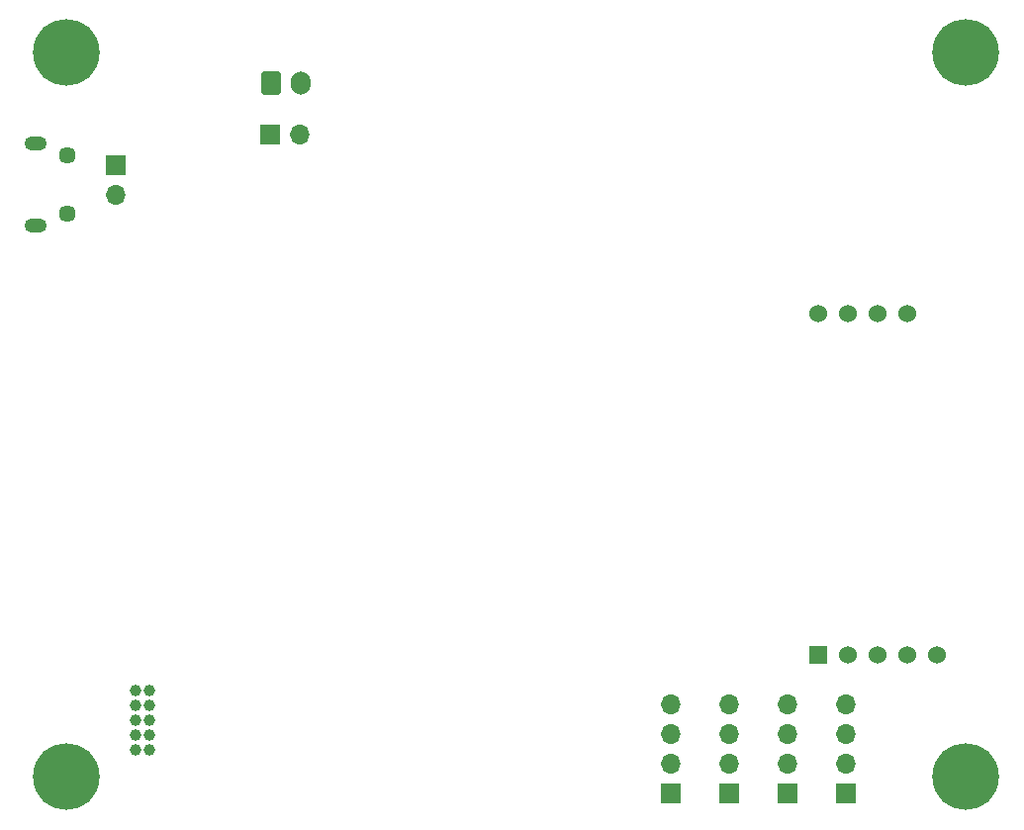
<source format=gbr>
%TF.GenerationSoftware,KiCad,Pcbnew,(5.99.0-8928-gc255dede17)*%
%TF.CreationDate,2021-02-24T20:07:14-08:00*%
%TF.ProjectId,smbpcb,736d6270-6362-42e6-9b69-6361645f7063,rev?*%
%TF.SameCoordinates,Original*%
%TF.FileFunction,Soldermask,Bot*%
%TF.FilePolarity,Negative*%
%FSLAX46Y46*%
G04 Gerber Fmt 4.6, Leading zero omitted, Abs format (unit mm)*
G04 Created by KiCad (PCBNEW (5.99.0-8928-gc255dede17)) date 2021-02-24 20:07:14*
%MOMM*%
%LPD*%
G01*
G04 APERTURE LIST*
G04 Aperture macros list*
%AMRoundRect*
0 Rectangle with rounded corners*
0 $1 Rounding radius*
0 $2 $3 $4 $5 $6 $7 $8 $9 X,Y pos of 4 corners*
0 Add a 4 corners polygon primitive as box body*
4,1,4,$2,$3,$4,$5,$6,$7,$8,$9,$2,$3,0*
0 Add four circle primitives for the rounded corners*
1,1,$1+$1,$2,$3*
1,1,$1+$1,$4,$5*
1,1,$1+$1,$6,$7*
1,1,$1+$1,$8,$9*
0 Add four rect primitives between the rounded corners*
20,1,$1+$1,$2,$3,$4,$5,0*
20,1,$1+$1,$4,$5,$6,$7,0*
20,1,$1+$1,$6,$7,$8,$9,0*
20,1,$1+$1,$8,$9,$2,$3,0*%
G04 Aperture macros list end*
%ADD10R,1.700000X1.700000*%
%ADD11O,1.700000X1.700000*%
%ADD12R,1.524000X1.524000*%
%ADD13C,1.524000*%
%ADD14O,1.900000X1.200000*%
%ADD15C,1.450000*%
%ADD16C,1.000000*%
%ADD17C,5.700000*%
%ADD18RoundRect,0.250000X-0.600000X-0.750000X0.600000X-0.750000X0.600000X0.750000X-0.600000X0.750000X0*%
%ADD19O,1.700000X2.000000*%
G04 APERTURE END LIST*
D10*
%TO.C,EXT_BATT1*%
X50775000Y-39900000D03*
D11*
X53315000Y-39900000D03*
%TD*%
D10*
%TO.C,AUX_CONN2*%
X90000000Y-96300000D03*
D11*
X90000000Y-93760000D03*
X90000000Y-91220000D03*
X90000000Y-88680000D03*
%TD*%
D12*
%TO.C,U6*%
X97655000Y-84437500D03*
D13*
X100195000Y-84437500D03*
X102735000Y-84437500D03*
X105275000Y-84437500D03*
X107815000Y-84437500D03*
X97655000Y-55227500D03*
X100195000Y-55227500D03*
X102735000Y-55227500D03*
X105275000Y-55227500D03*
%TD*%
D14*
%TO.C,J1*%
X30662500Y-40700000D03*
X30662500Y-47700000D03*
D15*
X33362500Y-41700000D03*
X33362500Y-46700000D03*
%TD*%
D16*
%TO.C,J2*%
X39220000Y-92540000D03*
X40380000Y-92540000D03*
X39220000Y-91270000D03*
X40380000Y-91270000D03*
X39220000Y-90000000D03*
X40380000Y-90000000D03*
X39220000Y-88730000D03*
X40380000Y-88730000D03*
X39220000Y-87460000D03*
X40380000Y-87460000D03*
%TD*%
D17*
%TO.C,*%
X33295000Y-94885000D03*
%TD*%
D10*
%TO.C,5V_IN1*%
X37500000Y-42525000D03*
D11*
X37500000Y-45065000D03*
%TD*%
D17*
%TO.C,REF\u002A\u002A*%
X110295000Y-32885000D03*
%TD*%
D10*
%TO.C,AUX_CONN1*%
X85000000Y-96300000D03*
D11*
X85000000Y-93760000D03*
X85000000Y-91220000D03*
X85000000Y-88680000D03*
%TD*%
D17*
%TO.C,MOUNT4*%
X110295000Y-94885000D03*
%TD*%
D18*
%TO.C,BT1*%
X50845000Y-35532500D03*
D19*
X53345000Y-35532500D03*
%TD*%
D17*
%TO.C,REF\u002A\u002A*%
X33295000Y-32885000D03*
%TD*%
D10*
%TO.C,AUX_CONN3*%
X95000000Y-96300000D03*
D11*
X95000000Y-93760000D03*
X95000000Y-91220000D03*
X95000000Y-88680000D03*
%TD*%
D10*
%TO.C,AUX_CONN4*%
X100000000Y-96300000D03*
D11*
X100000000Y-93760000D03*
X100000000Y-91220000D03*
X100000000Y-88680000D03*
%TD*%
M02*

</source>
